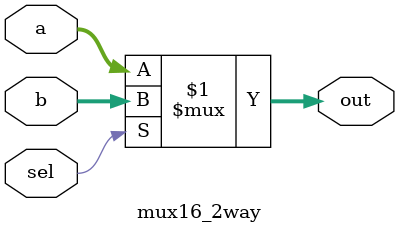
<source format=v>
/*
16 bit 2 input mux
*/
module mux16_2way(a,b,sel,out);
	input[15:0] a,b;
	input sel;
	output wire[15:0] out;
	
	assign out=sel?b:a;
endmodule

</source>
